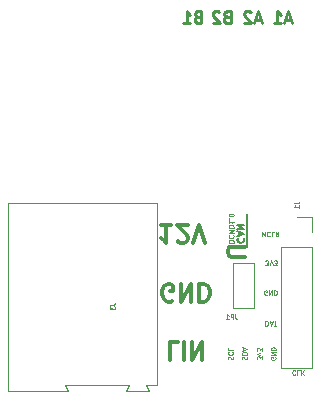
<source format=gbr>
G04 #@! TF.GenerationSoftware,KiCad,Pcbnew,(2018-02-16 revision c95340fba)-makepkg*
G04 #@! TF.CreationDate,2018-04-24T18:33:14+02:00*
G04 #@! TF.ProjectId,lmd,6C6D642E6B696361645F706362000000,rev?*
G04 #@! TF.SameCoordinates,Original*
G04 #@! TF.FileFunction,Legend,Bot*
G04 #@! TF.FilePolarity,Positive*
%FSLAX46Y46*%
G04 Gerber Fmt 4.6, Leading zero omitted, Abs format (unit mm)*
G04 Created by KiCad (PCBNEW (2018-02-16 revision c95340fba)-makepkg) date 04/24/18 18:33:14*
%MOMM*%
%LPD*%
G01*
G04 APERTURE LIST*
%ADD10C,0.250000*%
%ADD11C,0.200000*%
%ADD12C,0.100000*%
%ADD13C,0.150000*%
%ADD14C,0.300000*%
%ADD15C,0.120000*%
G04 APERTURE END LIST*
D10*
X125885485Y-93740266D02*
X125409295Y-93740266D01*
X125980723Y-94025980D02*
X125647390Y-93025980D01*
X125314057Y-94025980D01*
X124456914Y-94025980D02*
X125028342Y-94025980D01*
X124742628Y-94025980D02*
X124742628Y-93025980D01*
X124837866Y-93168838D01*
X124933104Y-93264076D01*
X125028342Y-93311695D01*
X123345485Y-93740266D02*
X122869295Y-93740266D01*
X123440723Y-94025980D02*
X123107390Y-93025980D01*
X122774057Y-94025980D01*
X122488342Y-93121219D02*
X122440723Y-93073600D01*
X122345485Y-93025980D01*
X122107390Y-93025980D01*
X122012152Y-93073600D01*
X121964533Y-93121219D01*
X121916914Y-93216457D01*
X121916914Y-93311695D01*
X121964533Y-93454552D01*
X122535961Y-94025980D01*
X121916914Y-94025980D01*
X120445161Y-93502171D02*
X120302304Y-93549790D01*
X120254685Y-93597409D01*
X120207066Y-93692647D01*
X120207066Y-93835504D01*
X120254685Y-93930742D01*
X120302304Y-93978361D01*
X120397542Y-94025980D01*
X120778495Y-94025980D01*
X120778495Y-93025980D01*
X120445161Y-93025980D01*
X120349923Y-93073600D01*
X120302304Y-93121219D01*
X120254685Y-93216457D01*
X120254685Y-93311695D01*
X120302304Y-93406933D01*
X120349923Y-93454552D01*
X120445161Y-93502171D01*
X120778495Y-93502171D01*
X119826114Y-93121219D02*
X119778495Y-93073600D01*
X119683257Y-93025980D01*
X119445161Y-93025980D01*
X119349923Y-93073600D01*
X119302304Y-93121219D01*
X119254685Y-93216457D01*
X119254685Y-93311695D01*
X119302304Y-93454552D01*
X119873733Y-94025980D01*
X119254685Y-94025980D01*
X117955961Y-93502171D02*
X117813104Y-93549790D01*
X117765485Y-93597409D01*
X117717866Y-93692647D01*
X117717866Y-93835504D01*
X117765485Y-93930742D01*
X117813104Y-93978361D01*
X117908342Y-94025980D01*
X118289295Y-94025980D01*
X118289295Y-93025980D01*
X117955961Y-93025980D01*
X117860723Y-93073600D01*
X117813104Y-93121219D01*
X117765485Y-93216457D01*
X117765485Y-93311695D01*
X117813104Y-93406933D01*
X117860723Y-93454552D01*
X117955961Y-93502171D01*
X118289295Y-93502171D01*
X116765485Y-94025980D02*
X117336914Y-94025980D01*
X117051200Y-94025980D02*
X117051200Y-93025980D01*
X117146438Y-93168838D01*
X117241676Y-93264076D01*
X117336914Y-93311695D01*
D11*
X122123200Y-112979200D02*
X122123200Y-110236000D01*
D12*
X120621447Y-112613923D02*
X121021447Y-112613923D01*
X121021447Y-112518685D01*
X121002400Y-112461542D01*
X120964304Y-112423447D01*
X120926209Y-112404400D01*
X120850019Y-112385352D01*
X120792876Y-112385352D01*
X120716685Y-112404400D01*
X120678590Y-112423447D01*
X120640495Y-112461542D01*
X120621447Y-112518685D01*
X120621447Y-112613923D01*
X120659542Y-111985352D02*
X120640495Y-112004400D01*
X120621447Y-112061542D01*
X120621447Y-112099638D01*
X120640495Y-112156780D01*
X120678590Y-112194876D01*
X120716685Y-112213923D01*
X120792876Y-112232971D01*
X120850019Y-112232971D01*
X120926209Y-112213923D01*
X120964304Y-112194876D01*
X121002400Y-112156780D01*
X121021447Y-112099638D01*
X121021447Y-112061542D01*
X121002400Y-112004400D01*
X120983352Y-111985352D01*
X120621447Y-111813923D02*
X121021447Y-111813923D01*
X120735733Y-111680590D01*
X121021447Y-111547257D01*
X120621447Y-111547257D01*
X120621447Y-111356780D02*
X121021447Y-111356780D01*
X121021447Y-111261542D01*
X121002400Y-111204400D01*
X120964304Y-111166304D01*
X120926209Y-111147257D01*
X120850019Y-111128209D01*
X120792876Y-111128209D01*
X120716685Y-111147257D01*
X120678590Y-111166304D01*
X120640495Y-111204400D01*
X120621447Y-111261542D01*
X120621447Y-111356780D01*
X120621447Y-110747257D02*
X120621447Y-110975828D01*
X120621447Y-110861542D02*
X121021447Y-110861542D01*
X120964304Y-110899638D01*
X120926209Y-110937733D01*
X120907161Y-110975828D01*
X120659542Y-110575828D02*
X120640495Y-110556780D01*
X120621447Y-110575828D01*
X120640495Y-110594876D01*
X120659542Y-110575828D01*
X120621447Y-110575828D01*
X121021447Y-110309161D02*
X121021447Y-110271066D01*
X121002400Y-110232971D01*
X120983352Y-110213923D01*
X120945257Y-110194876D01*
X120869066Y-110175828D01*
X120773828Y-110175828D01*
X120697638Y-110194876D01*
X120659542Y-110213923D01*
X120640495Y-110232971D01*
X120621447Y-110271066D01*
X120621447Y-110309161D01*
X120640495Y-110347257D01*
X120659542Y-110366304D01*
X120697638Y-110385352D01*
X120773828Y-110404400D01*
X120869066Y-110404400D01*
X120945257Y-110385352D01*
X120983352Y-110366304D01*
X121002400Y-110347257D01*
X121021447Y-110309161D01*
D13*
X121400914Y-112247314D02*
X121372342Y-112275885D01*
X121343771Y-112361600D01*
X121343771Y-112418742D01*
X121372342Y-112504457D01*
X121429485Y-112561600D01*
X121486628Y-112590171D01*
X121600914Y-112618742D01*
X121686628Y-112618742D01*
X121800914Y-112590171D01*
X121858057Y-112561600D01*
X121915200Y-112504457D01*
X121943771Y-112418742D01*
X121943771Y-112361600D01*
X121915200Y-112275885D01*
X121886628Y-112247314D01*
X121515200Y-112018742D02*
X121515200Y-111733028D01*
X121343771Y-112075885D02*
X121943771Y-111875885D01*
X121343771Y-111675885D01*
X121343771Y-111475885D02*
X121943771Y-111475885D01*
X121343771Y-111133028D01*
X121943771Y-111133028D01*
D14*
X122030228Y-113814171D02*
X120815942Y-113814171D01*
X120673085Y-113742742D01*
X120601657Y-113671314D01*
X120530228Y-113528457D01*
X120530228Y-113242742D01*
X120601657Y-113099885D01*
X120673085Y-113028457D01*
X120815942Y-112957028D01*
X122030228Y-112957028D01*
D12*
X123409161Y-111680647D02*
X123409161Y-112080647D01*
X123542495Y-111794933D01*
X123675828Y-112080647D01*
X123675828Y-111680647D01*
X124094876Y-111718742D02*
X124075828Y-111699695D01*
X124018685Y-111680647D01*
X123980590Y-111680647D01*
X123923447Y-111699695D01*
X123885352Y-111737790D01*
X123866304Y-111775885D01*
X123847257Y-111852076D01*
X123847257Y-111909219D01*
X123866304Y-111985409D01*
X123885352Y-112023504D01*
X123923447Y-112061600D01*
X123980590Y-112080647D01*
X124018685Y-112080647D01*
X124075828Y-112061600D01*
X124094876Y-112042552D01*
X124456780Y-111680647D02*
X124266304Y-111680647D01*
X124266304Y-112080647D01*
X124818685Y-111680647D02*
X124685352Y-111871123D01*
X124590114Y-111680647D02*
X124590114Y-112080647D01*
X124742495Y-112080647D01*
X124780590Y-112061600D01*
X124799638Y-112042552D01*
X124818685Y-112004457D01*
X124818685Y-111947314D01*
X124799638Y-111909219D01*
X124780590Y-111890171D01*
X124742495Y-111871123D01*
X124590114Y-111871123D01*
X123710761Y-114519047D02*
X123958380Y-114519047D01*
X123825047Y-114366666D01*
X123882190Y-114366666D01*
X123920285Y-114347619D01*
X123939333Y-114328571D01*
X123958380Y-114290476D01*
X123958380Y-114195238D01*
X123939333Y-114157142D01*
X123920285Y-114138095D01*
X123882190Y-114119047D01*
X123767904Y-114119047D01*
X123729809Y-114138095D01*
X123710761Y-114157142D01*
X124072666Y-114519047D02*
X124206000Y-114119047D01*
X124339333Y-114519047D01*
X124434571Y-114519047D02*
X124682190Y-114519047D01*
X124548857Y-114366666D01*
X124606000Y-114366666D01*
X124644095Y-114347619D01*
X124663142Y-114328571D01*
X124682190Y-114290476D01*
X124682190Y-114195238D01*
X124663142Y-114157142D01*
X124644095Y-114138095D01*
X124606000Y-114119047D01*
X124491714Y-114119047D01*
X124453619Y-114138095D01*
X124434571Y-114157142D01*
X123850438Y-117040000D02*
X123812342Y-117059047D01*
X123755200Y-117059047D01*
X123698057Y-117040000D01*
X123659961Y-117001904D01*
X123640914Y-116963809D01*
X123621866Y-116887619D01*
X123621866Y-116830476D01*
X123640914Y-116754285D01*
X123659961Y-116716190D01*
X123698057Y-116678095D01*
X123755200Y-116659047D01*
X123793295Y-116659047D01*
X123850438Y-116678095D01*
X123869485Y-116697142D01*
X123869485Y-116830476D01*
X123793295Y-116830476D01*
X124040914Y-116659047D02*
X124040914Y-117059047D01*
X124269485Y-116659047D01*
X124269485Y-117059047D01*
X124459961Y-116659047D02*
X124459961Y-117059047D01*
X124555200Y-117059047D01*
X124612342Y-117040000D01*
X124650438Y-117001904D01*
X124669485Y-116963809D01*
X124688533Y-116887619D01*
X124688533Y-116830476D01*
X124669485Y-116754285D01*
X124650438Y-116716190D01*
X124612342Y-116678095D01*
X124555200Y-116659047D01*
X124459961Y-116659047D01*
X123726628Y-119249847D02*
X123726628Y-119649847D01*
X123821866Y-119649847D01*
X123879009Y-119630800D01*
X123917104Y-119592704D01*
X123936152Y-119554609D01*
X123955200Y-119478419D01*
X123955200Y-119421276D01*
X123936152Y-119345085D01*
X123917104Y-119306990D01*
X123879009Y-119268895D01*
X123821866Y-119249847D01*
X123726628Y-119249847D01*
X124107580Y-119364133D02*
X124298057Y-119364133D01*
X124069485Y-119249847D02*
X124202819Y-119649847D01*
X124336152Y-119249847D01*
X124412342Y-119649847D02*
X124640914Y-119649847D01*
X124526628Y-119249847D02*
X124526628Y-119649847D01*
X126253904Y-123453542D02*
X126234857Y-123434495D01*
X126177714Y-123415447D01*
X126139619Y-123415447D01*
X126082476Y-123434495D01*
X126044380Y-123472590D01*
X126025333Y-123510685D01*
X126006285Y-123586876D01*
X126006285Y-123644019D01*
X126025333Y-123720209D01*
X126044380Y-123758304D01*
X126082476Y-123796400D01*
X126139619Y-123815447D01*
X126177714Y-123815447D01*
X126234857Y-123796400D01*
X126253904Y-123777352D01*
X126615809Y-123415447D02*
X126425333Y-123415447D01*
X126425333Y-123815447D01*
X126749142Y-123415447D02*
X126749142Y-123815447D01*
X126977714Y-123415447D02*
X126806285Y-123644019D01*
X126977714Y-123815447D02*
X126749142Y-123586876D01*
X124558400Y-122326361D02*
X124577447Y-122364457D01*
X124577447Y-122421600D01*
X124558400Y-122478742D01*
X124520304Y-122516838D01*
X124482209Y-122535885D01*
X124406019Y-122554933D01*
X124348876Y-122554933D01*
X124272685Y-122535885D01*
X124234590Y-122516838D01*
X124196495Y-122478742D01*
X124177447Y-122421600D01*
X124177447Y-122383504D01*
X124196495Y-122326361D01*
X124215542Y-122307314D01*
X124348876Y-122307314D01*
X124348876Y-122383504D01*
X124177447Y-122135885D02*
X124577447Y-122135885D01*
X124177447Y-121907314D01*
X124577447Y-121907314D01*
X124177447Y-121716838D02*
X124577447Y-121716838D01*
X124577447Y-121621600D01*
X124558400Y-121564457D01*
X124520304Y-121526361D01*
X124482209Y-121507314D01*
X124406019Y-121488266D01*
X124348876Y-121488266D01*
X124272685Y-121507314D01*
X124234590Y-121526361D01*
X124196495Y-121564457D01*
X124177447Y-121621600D01*
X124177447Y-121716838D01*
X123409047Y-122497790D02*
X123409047Y-122250171D01*
X123256666Y-122383504D01*
X123256666Y-122326361D01*
X123237619Y-122288266D01*
X123218571Y-122269219D01*
X123180476Y-122250171D01*
X123085238Y-122250171D01*
X123047142Y-122269219D01*
X123028095Y-122288266D01*
X123009047Y-122326361D01*
X123009047Y-122440647D01*
X123028095Y-122478742D01*
X123047142Y-122497790D01*
X123275714Y-122116838D02*
X123009047Y-122021600D01*
X123275714Y-121926361D01*
X123409047Y-121812076D02*
X123409047Y-121564457D01*
X123256666Y-121697790D01*
X123256666Y-121640647D01*
X123237619Y-121602552D01*
X123218571Y-121583504D01*
X123180476Y-121564457D01*
X123085238Y-121564457D01*
X123047142Y-121583504D01*
X123028095Y-121602552D01*
X123009047Y-121640647D01*
X123009047Y-121754933D01*
X123028095Y-121793028D01*
X123047142Y-121812076D01*
X121758095Y-122507314D02*
X121739047Y-122450171D01*
X121739047Y-122354933D01*
X121758095Y-122316838D01*
X121777142Y-122297790D01*
X121815238Y-122278742D01*
X121853333Y-122278742D01*
X121891428Y-122297790D01*
X121910476Y-122316838D01*
X121929523Y-122354933D01*
X121948571Y-122431123D01*
X121967619Y-122469219D01*
X121986666Y-122488266D01*
X122024761Y-122507314D01*
X122062857Y-122507314D01*
X122100952Y-122488266D01*
X122120000Y-122469219D01*
X122139047Y-122431123D01*
X122139047Y-122335885D01*
X122120000Y-122278742D01*
X121739047Y-122107314D02*
X122139047Y-122107314D01*
X122139047Y-122012076D01*
X122120000Y-121954933D01*
X122081904Y-121916838D01*
X122043809Y-121897790D01*
X121967619Y-121878742D01*
X121910476Y-121878742D01*
X121834285Y-121897790D01*
X121796190Y-121916838D01*
X121758095Y-121954933D01*
X121739047Y-122012076D01*
X121739047Y-122107314D01*
X121853333Y-121726361D02*
X121853333Y-121535885D01*
X121739047Y-121764457D02*
X122139047Y-121631123D01*
X121739047Y-121497790D01*
X120589695Y-122497790D02*
X120570647Y-122440647D01*
X120570647Y-122345409D01*
X120589695Y-122307314D01*
X120608742Y-122288266D01*
X120646838Y-122269219D01*
X120684933Y-122269219D01*
X120723028Y-122288266D01*
X120742076Y-122307314D01*
X120761123Y-122345409D01*
X120780171Y-122421600D01*
X120799219Y-122459695D01*
X120818266Y-122478742D01*
X120856361Y-122497790D01*
X120894457Y-122497790D01*
X120932552Y-122478742D01*
X120951600Y-122459695D01*
X120970647Y-122421600D01*
X120970647Y-122326361D01*
X120951600Y-122269219D01*
X120608742Y-121869219D02*
X120589695Y-121888266D01*
X120570647Y-121945409D01*
X120570647Y-121983504D01*
X120589695Y-122040647D01*
X120627790Y-122078742D01*
X120665885Y-122097790D01*
X120742076Y-122116838D01*
X120799219Y-122116838D01*
X120875409Y-122097790D01*
X120913504Y-122078742D01*
X120951600Y-122040647D01*
X120970647Y-121983504D01*
X120970647Y-121945409D01*
X120951600Y-121888266D01*
X120932552Y-121869219D01*
X120570647Y-121507314D02*
X120570647Y-121697790D01*
X120970647Y-121697790D01*
D14*
X116313828Y-121038228D02*
X115599542Y-121038228D01*
X115599542Y-122538228D01*
X116813828Y-121038228D02*
X116813828Y-122538228D01*
X117528114Y-121038228D02*
X117528114Y-122538228D01*
X118385257Y-121038228D01*
X118385257Y-122538228D01*
X115849542Y-117539200D02*
X115706685Y-117610628D01*
X115492400Y-117610628D01*
X115278114Y-117539200D01*
X115135257Y-117396342D01*
X115063828Y-117253485D01*
X114992400Y-116967771D01*
X114992400Y-116753485D01*
X115063828Y-116467771D01*
X115135257Y-116324914D01*
X115278114Y-116182057D01*
X115492400Y-116110628D01*
X115635257Y-116110628D01*
X115849542Y-116182057D01*
X115920971Y-116253485D01*
X115920971Y-116753485D01*
X115635257Y-116753485D01*
X116563828Y-116110628D02*
X116563828Y-117610628D01*
X117420971Y-116110628D01*
X117420971Y-117610628D01*
X118135257Y-116110628D02*
X118135257Y-117610628D01*
X118492400Y-117610628D01*
X118706685Y-117539200D01*
X118849542Y-117396342D01*
X118920971Y-117253485D01*
X118992400Y-116967771D01*
X118992400Y-116753485D01*
X118920971Y-116467771D01*
X118849542Y-116324914D01*
X118706685Y-116182057D01*
X118492400Y-116110628D01*
X118135257Y-116110628D01*
X115708228Y-111132228D02*
X114851085Y-111132228D01*
X115279657Y-111132228D02*
X115279657Y-112632228D01*
X115136800Y-112417942D01*
X114993942Y-112275085D01*
X114851085Y-112203657D01*
X116279657Y-112489371D02*
X116351085Y-112560800D01*
X116493942Y-112632228D01*
X116851085Y-112632228D01*
X116993942Y-112560800D01*
X117065371Y-112489371D01*
X117136800Y-112346514D01*
X117136800Y-112203657D01*
X117065371Y-111989371D01*
X116208228Y-111132228D01*
X117136800Y-111132228D01*
X117565371Y-112632228D02*
X118065371Y-111132228D01*
X118565371Y-112632228D01*
D15*
X101954800Y-125162400D02*
X101954800Y-109262400D01*
X107004800Y-125162400D02*
X101954800Y-125162400D01*
X106754800Y-124662400D02*
X107004800Y-125162400D01*
X112154800Y-124662400D02*
X106754800Y-124662400D01*
X111904800Y-125162400D02*
X112154800Y-124662400D01*
X113904800Y-125162400D02*
X111904800Y-125162400D01*
X113604800Y-124662400D02*
X113904800Y-125162400D01*
X114554800Y-124662400D02*
X113604800Y-124662400D01*
X114554800Y-109262400D02*
X114554800Y-124662400D01*
X101954800Y-109262400D02*
X114554800Y-109262400D01*
X122759200Y-114320400D02*
X120979200Y-114320400D01*
X120979200Y-118140400D02*
X120979200Y-114320400D01*
X122759200Y-118140400D02*
X120979200Y-118140400D01*
X122759200Y-114320400D02*
X122759200Y-118140400D01*
X127695000Y-110430000D02*
X126365000Y-110430000D01*
X127695000Y-111760000D02*
X127695000Y-110430000D01*
X127695000Y-113030000D02*
X125035000Y-113030000D01*
X125035000Y-113030000D02*
X125035000Y-123250000D01*
X127695000Y-113030000D02*
X127695000Y-123250000D01*
X127695000Y-123250000D02*
X125035000Y-123250000D01*
D12*
X110575752Y-117875066D02*
X110861466Y-117875066D01*
X110918609Y-117856019D01*
X110956704Y-117817923D01*
X110975752Y-117760780D01*
X110975752Y-117722685D01*
X110575752Y-118027447D02*
X110575752Y-118275066D01*
X110728133Y-118141733D01*
X110728133Y-118198876D01*
X110747180Y-118236971D01*
X110766228Y-118256019D01*
X110804323Y-118275066D01*
X110899561Y-118275066D01*
X110937657Y-118256019D01*
X110956704Y-118236971D01*
X110975752Y-118198876D01*
X110975752Y-118084590D01*
X110956704Y-118046495D01*
X110937657Y-118027447D01*
X121186533Y-118678352D02*
X121186533Y-118964066D01*
X121205580Y-119021209D01*
X121243676Y-119059304D01*
X121300819Y-119078352D01*
X121338914Y-119078352D01*
X120996057Y-119078352D02*
X120996057Y-118678352D01*
X120843676Y-118678352D01*
X120805580Y-118697400D01*
X120786533Y-118716447D01*
X120767485Y-118754542D01*
X120767485Y-118811685D01*
X120786533Y-118849780D01*
X120805580Y-118868828D01*
X120843676Y-118887876D01*
X120996057Y-118887876D01*
X120386533Y-119078352D02*
X120615104Y-119078352D01*
X120500819Y-119078352D02*
X120500819Y-118678352D01*
X120538914Y-118735495D01*
X120577009Y-118773590D01*
X120615104Y-118792638D01*
X126145952Y-109296666D02*
X126431666Y-109296666D01*
X126488809Y-109277619D01*
X126526904Y-109239523D01*
X126545952Y-109182380D01*
X126545952Y-109144285D01*
X126545952Y-109696666D02*
X126545952Y-109468095D01*
X126545952Y-109582380D02*
X126145952Y-109582380D01*
X126203095Y-109544285D01*
X126241190Y-109506190D01*
X126260238Y-109468095D01*
M02*

</source>
